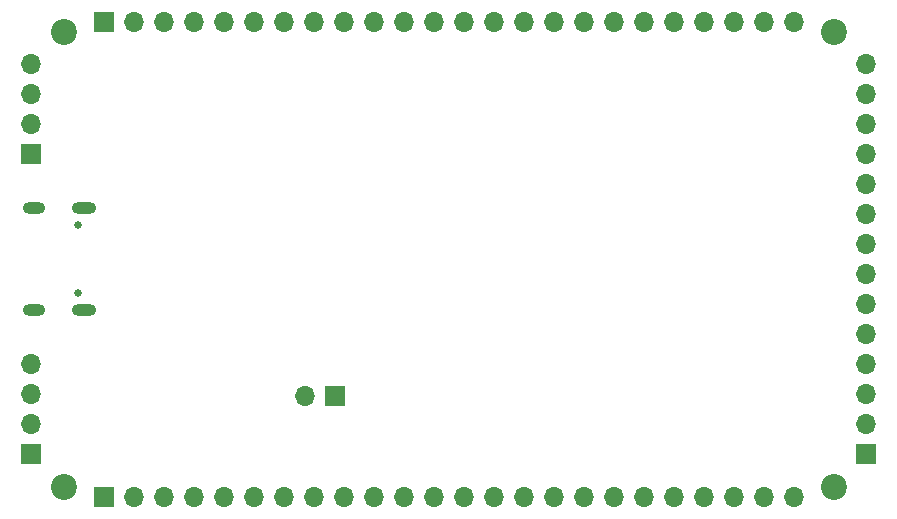
<source format=gbs>
%TF.GenerationSoftware,KiCad,Pcbnew,8.0.4*%
%TF.CreationDate,2024-08-12T16:22:58+08:00*%
%TF.ProjectId,UINIO-MCU-HC32F460KETA,55494e49-4f2d-44d4-9355-2d4843333246,Version 1.0.0*%
%TF.SameCoordinates,PX71f45d0PY4ce7800*%
%TF.FileFunction,Soldermask,Bot*%
%TF.FilePolarity,Negative*%
%FSLAX46Y46*%
G04 Gerber Fmt 4.6, Leading zero omitted, Abs format (unit mm)*
G04 Created by KiCad (PCBNEW 8.0.4) date 2024-08-12 16:22:58*
%MOMM*%
%LPD*%
G01*
G04 APERTURE LIST*
%ADD10C,2.200000*%
%ADD11R,1.700000X1.700000*%
%ADD12O,1.700000X1.700000*%
%ADD13C,0.650000*%
%ADD14O,2.100000X1.000000*%
%ADD15O,1.900000X1.000000*%
G04 APERTURE END LIST*
D10*
%TO.C,HOLE\u002A\u002A*%
X-880000Y-40710000D03*
%TD*%
%TO.C,HOLE\u002A\u002A*%
X-880000Y-2210000D03*
%TD*%
D11*
%TO.C,J4*%
X22080000Y-33010000D03*
D12*
X19540000Y-33010000D03*
%TD*%
D11*
%TO.C,J5*%
X-3650000Y-12560000D03*
D12*
X-3650000Y-10020000D03*
X-3650000Y-7480000D03*
X-3650000Y-4940000D03*
%TD*%
D13*
%TO.C,USB1*%
X289000Y-18570000D03*
X289000Y-24350000D03*
D14*
X789000Y-17135000D03*
X789000Y-25785000D03*
D15*
X-3411000Y-17135000D03*
X-3411000Y-25785000D03*
%TD*%
D11*
%TO.C,J3*%
X2490000Y-1360000D03*
D12*
X5030000Y-1360000D03*
X7570000Y-1360000D03*
X10110000Y-1360000D03*
X12650000Y-1360000D03*
X15190000Y-1360000D03*
X17730000Y-1360000D03*
X20270000Y-1360000D03*
X22810000Y-1360000D03*
X25350000Y-1360000D03*
X27890000Y-1360000D03*
X30430000Y-1360000D03*
X32970000Y-1360000D03*
X35510000Y-1360000D03*
X38050000Y-1360000D03*
X40590000Y-1360000D03*
X43130000Y-1360000D03*
X45670000Y-1360000D03*
X48210000Y-1360000D03*
X50750000Y-1360000D03*
X53290000Y-1360000D03*
X55830000Y-1360000D03*
X58370000Y-1360000D03*
X60910000Y-1360000D03*
%TD*%
D11*
%TO.C,J1*%
X67030000Y-37960000D03*
D12*
X67030000Y-35420000D03*
X67030000Y-32880000D03*
X67030000Y-30340000D03*
X67030000Y-27800000D03*
X67030000Y-25260000D03*
X67030000Y-22720000D03*
X67030000Y-20180000D03*
X67030000Y-17640000D03*
X67030000Y-15100000D03*
X67030000Y-12560000D03*
X67030000Y-10020000D03*
X67030000Y-7480000D03*
X67030000Y-4940000D03*
%TD*%
D10*
%TO.C,HOLE\u002A\u002A*%
X64280000Y-2210000D03*
%TD*%
D11*
%TO.C,J6*%
X-3650000Y-37960000D03*
D12*
X-3650000Y-35420000D03*
X-3650000Y-32880000D03*
X-3650000Y-30340000D03*
%TD*%
D11*
%TO.C,J2*%
X2490000Y-41560000D03*
D12*
X5030000Y-41560000D03*
X7570000Y-41560000D03*
X10110000Y-41560000D03*
X12650000Y-41560000D03*
X15190000Y-41560000D03*
X17730000Y-41560000D03*
X20270000Y-41560000D03*
X22810000Y-41560000D03*
X25350000Y-41560000D03*
X27890000Y-41560000D03*
X30430000Y-41560000D03*
X32970000Y-41560000D03*
X35510000Y-41560000D03*
X38050000Y-41560000D03*
X40590000Y-41560000D03*
X43130000Y-41560000D03*
X45670000Y-41560000D03*
X48210000Y-41560000D03*
X50750000Y-41560000D03*
X53290000Y-41560000D03*
X55830000Y-41560000D03*
X58370000Y-41560000D03*
X60910000Y-41560000D03*
%TD*%
D10*
%TO.C,HOLE\u002A\u002A*%
X64280000Y-40710000D03*
%TD*%
M02*

</source>
